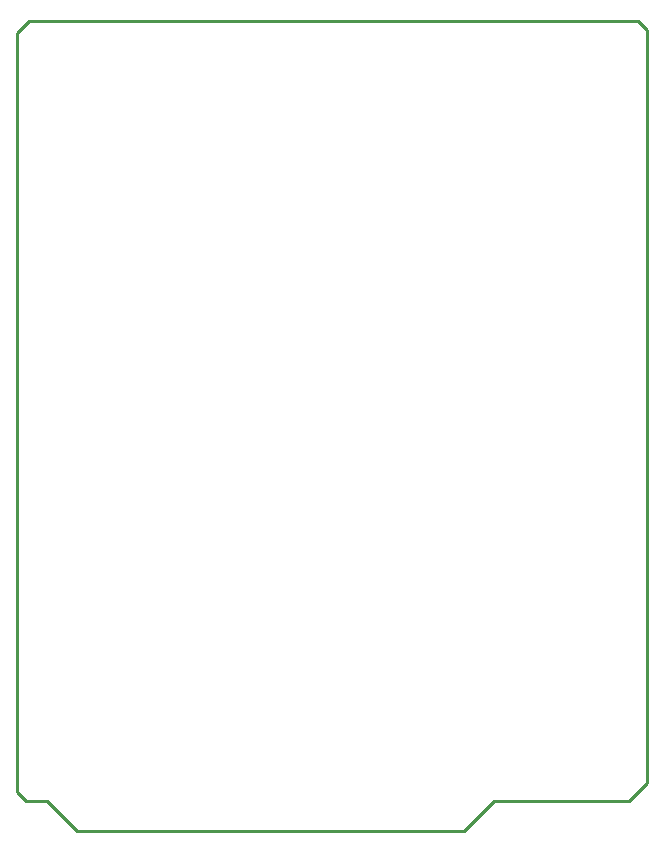
<source format=gko>
G04 Layer: BoardOutlineLayer*
G04 EasyEDA v6.5.38, 2023-11-18 20:37:54*
G04 b8ba80685cd040f094fae154fa66d560,1f58bdd708a443c08c5fadb9c6478ee0,10*
G04 Gerber Generator version 0.2*
G04 Scale: 100 percent, Rotated: No, Reflected: No *
G04 Dimensions in millimeters *
G04 leading zeros omitted , absolute positions ,4 integer and 5 decimal *
%FSLAX45Y45*%
%MOMM*%

%ADD10C,0.2540*%
D10*
X5334000Y6731000D02*
G01*
X5334000Y406400D01*
X5308600Y381000D01*
X5181600Y254000D01*
X4038600Y254000D01*
X3784600Y0D01*
X508000Y0D01*
X254000Y254000D01*
X76200Y254000D01*
X0Y330200D01*
X0Y6756400D01*
X101600Y6858000D01*
X5232400Y6858000D01*
X5257800Y6858000D01*
X5334000Y6781800D01*
X5334000Y431800D01*

%LPD*%
M02*

</source>
